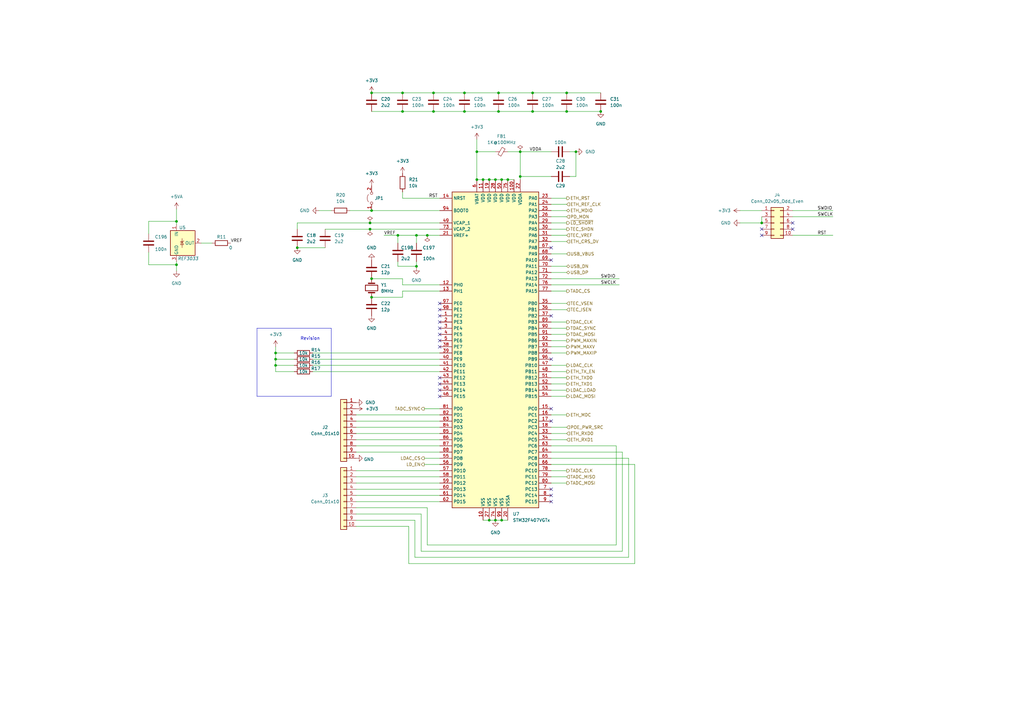
<source format=kicad_sch>
(kicad_sch (version 20230121) (generator eeschema)
  (paper "A3")
  (title_block (title "Kirdy") (date "2022-07-03") (rev "r0.1") (company "M-Labs") (comment 1 "Alex Wong Tat Hang"))
  (lib_symbols
    (symbol "Connector_Generic:Conn_01x10" (pin_names (offset 1.016) hide)
      (property "Reference" "J" (at 0 12.7 0))
      (property "Value" "Conn_01x10" (at 0 -15.24 0))
      (symbol "Conn_01x10_1_1"
        (rectangle (start -1.27 -12.573) (end 0 -12.827) (stroke (width 0.1524)))
        (rectangle (start -1.27 -10.033) (end 0 -10.287) (stroke (width 0.1524)))
        (rectangle (start -1.27 -7.493) (end 0 -7.747) (stroke (width 0.1524)))
        (rectangle (start -1.27 -4.953) (end 0 -5.207) (stroke (width 0.1524)))
        (rectangle (start -1.27 -2.413) (end 0 -2.667) (stroke (width 0.1524)))
        (rectangle (start -1.27 0.127) (end 0 -0.127) (stroke (width 0.1524)))
        (rectangle (start -1.27 2.667) (end 0 2.413) (stroke (width 0.1524)))
        (rectangle (start -1.27 5.207) (end 0 4.953) (stroke (width 0.1524)))
        (rectangle (start -1.27 7.747) (end 0 7.493) (stroke (width 0.1524)))
        (rectangle (start -1.27 10.287) (end 0 10.033) (stroke (width 0.1524)))
        (rectangle (start -1.27 11.43) (end 1.27 -13.97) (stroke (width 0.254)) (fill (type background)))
        (pin passive line (at -5.08 10.16 0) (length 3.81) (name "Pin_1") (number "1"))
        (pin passive line (at -5.08 -12.7 0) (length 3.81) (name "Pin_10") (number "10"))
        (pin passive line (at -5.08 7.62 0) (length 3.81) (name "Pin_2") (number "2"))
        (pin passive line (at -5.08 5.08 0) (length 3.81) (name "Pin_3") (number "3"))
        (pin passive line (at -5.08 2.54 0) (length 3.81) (name "Pin_4") (number "4"))
        (pin passive line (at -5.08 0 0) (length 3.81) (name "Pin_5") (number "5"))
        (pin passive line (at -5.08 -2.54 0) (length 3.81) (name "Pin_6") (number "6"))
        (pin passive line (at -5.08 -5.08 0) (length 3.81) (name "Pin_7") (number "7"))
        (pin passive line (at -5.08 -7.62 0) (length 3.81) (name "Pin_8") (number "8"))
        (pin passive line (at -5.08 -10.16 0) (length 3.81) (name "Pin_9") (number "9"))
      )
    )
    (symbol "Connector_Generic:Conn_02x05_Odd_Even" (pin_names (offset 1.016) hide)
      (property "Reference" "J" (at 1.27 7.62 0))
      (property "Value" "Conn_02x05_Odd_Even" (at 1.27 -7.62 0))
      (symbol "Conn_02x05_Odd_Even_1_1"
        (rectangle (start -1.27 -4.953) (end 0 -5.207) (stroke (width 0.1524)))
        (rectangle (start -1.27 -2.413) (end 0 -2.667) (stroke (width 0.1524)))
        (rectangle (start -1.27 0.127) (end 0 -0.127) (stroke (width 0.1524)))
        (rectangle (start -1.27 2.667) (end 0 2.413) (stroke (width 0.1524)))
        (rectangle (start -1.27 5.207) (end 0 4.953) (stroke (width 0.1524)))
        (rectangle (start -1.27 6.35) (end 3.81 -6.35) (stroke (width 0.254)) (fill (type background)))
        (rectangle (start 3.81 -4.953) (end 2.54 -5.207) (stroke (width 0.1524)))
        (rectangle (start 3.81 -2.413) (end 2.54 -2.667) (stroke (width 0.1524)))
        (rectangle (start 3.81 0.127) (end 2.54 -0.127) (stroke (width 0.1524)))
        (rectangle (start 3.81 2.667) (end 2.54 2.413) (stroke (width 0.1524)))
        (rectangle (start 3.81 5.207) (end 2.54 4.953) (stroke (width 0.1524)))
        (pin passive line (at -5.08 5.08 0) (length 3.81) (name "Pin_1") (number "1"))
        (pin passive line (at 7.62 -5.08 180) (length 3.81) (name "Pin_10") (number "10"))
        (pin passive line (at 7.62 5.08 180) (length 3.81) (name "Pin_2") (number "2"))
        (pin passive line (at -5.08 2.54 0) (length 3.81) (name "Pin_3") (number "3"))
        (pin passive line (at 7.62 2.54 180) (length 3.81) (name "Pin_4") (number "4"))
        (pin passive line (at -5.08 0 0) (length 3.81) (name "Pin_5") (number "5"))
        (pin passive line (at 7.62 0 180) (length 3.81) (name "Pin_6") (number "6"))
        (pin passive line (at -5.08 -2.54 0) (length 3.81) (name "Pin_7") (number "7"))
        (pin passive line (at 7.62 -2.54 180) (length 3.81) (name "Pin_8") (number "8"))
        (pin passive line (at -5.08 -5.08 0) (length 3.81) (name "Pin_9") (number "9"))
      )
    )
    (symbol "Device:C" (pin_numbers hide) (pin_names (offset 0.254))
      (property "Reference" "C" (at 0.635 2.54 0))
      (property "Value" "C" (at 0.635 -2.54 0))
      (symbol "C_0_1"
        (polyline (pts (xy -2.032 -0.762) (xy 2.032 -0.762)) (stroke (width 0.508)))
        (polyline (pts (xy -2.032 0.762) (xy 2.032 0.762)) (stroke (width 0.508)))
      )
      (symbol "C_1_1"
        (pin passive line (at 0 3.81 270) (length 2.794) (name "~") (number "1"))
        (pin passive line (at 0 -3.81 90) (length 2.794) (name "~") (number "2"))
      )
    )
    (symbol "Device:Crystal" (pin_numbers hide) (pin_names (offset 1.016) hide)
      (property "Reference" "Y" (at 0 3.81 0))
      (property "Value" "Crystal" (at 0 -3.81 0))
      (symbol "Crystal_0_1"
        (rectangle (start -1.143 2.54) (end 1.143 -2.54) (stroke (width 0.3048)))
        (polyline (pts (xy -2.54 0) (xy -1.905 0)))
        (polyline (pts (xy -1.905 -1.27) (xy -1.905 1.27)) (stroke (width 0.508)))
        (polyline (pts (xy 1.905 -1.27) (xy 1.905 1.27)) (stroke (width 0.508)))
        (polyline (pts (xy 2.54 0) (xy 1.905 0)))
      )
      (symbol "Crystal_1_1"
        (pin passive line (at -3.81 0 0) (length 1.27) (name "1") (number "1"))
        (pin passive line (at 3.81 0 180) (length 1.27) (name "2") (number "2"))
      )
    )
    (symbol "Device:FerriteBead_Small" (pin_numbers hide) (pin_names (offset 0))
      (property "Reference" "FB" (at 1.905 1.27 0))
      (property "Value" "FerriteBead_Small" (at 1.905 -1.27 0))
      (symbol "FerriteBead_Small_0_1"
        (polyline (pts (xy 0 -1.27) (xy 0 -0.7874)))
        (polyline (pts (xy 0 0.889) (xy 0 1.2954)))
        (polyline (pts (xy -1.8288 0.2794) (xy -1.1176 1.4986) (xy 1.8288 -0.2032) (xy 1.1176 -1.4224) (xy -1.8288 0.2794)))
      )
      (symbol "FerriteBead_Small_1_1"
        (pin passive line (at 0 2.54 270) (length 1.27) (name "~") (number "1"))
        (pin passive line (at 0 -2.54 90) (length 1.27) (name "~") (number "2"))
      )
    )
    (symbol "Device:R" (pin_numbers hide) (pin_names (offset 0))
      (property "Reference" "R" (at 2.032 0 90))
      (property "Value" "R" (at 0 0 90))
      (symbol "R_0_1"
        (rectangle (start -1.016 -2.54) (end 1.016 2.54) (stroke (width 0.254)))
      )
      (symbol "R_1_1"
        (pin passive line (at 0 3.81 270) (length 1.27) (name "~") (number "1"))
        (pin passive line (at 0 -3.81 90) (length 1.27) (name "~") (number "2"))
      )
    )
    (symbol "Jumper:Jumper_2_Open" (pin_names (offset 0) hide)
      (property "Reference" "JP" (at 0 2.794 0))
      (property "Value" "Jumper_2_Open" (at 0 -2.286 0))
      (symbol "Jumper_2_Open_0_0"
        (circle (center -2.032 0) (radius 0.508))
        (circle (center 2.032 0) (radius 0.508))
      )
      (symbol "Jumper_2_Open_0_1"
        (arc (start 1.524 1.27) (mid 0 1.778) (end -1.524 1.27))
      )
      (symbol "Jumper_2_Open_1_1"
        (pin passive line (at -5.08 0 0) (length 2.54) (name "A") (number "1"))
        (pin passive line (at 5.08 0 180) (length 2.54) (name "B") (number "2"))
      )
    )
    (symbol "MCU_ST_STM32F4:STM32F407VGTx"
      (property "Reference" "U" (at -17.78 64.77 0))
      (property "Value" "STM32F407VGTx" (at 12.7 64.77 0))
      (symbol "STM32F407VGTx_0_1"
        (rectangle (start -17.78 -66.04) (end 17.78 63.5) (stroke (width 0.254)) (fill (type background)))
      )
      (symbol "STM32F407VGTx_1_1"
        (pin bidirectional line (at -22.86 12.7 0) (length 5.08) (name "PE2") (number "1"))
        (pin power_in line (at -5.08 -71.12 90) (length 5.08) (name "VSS") (number "10"))
        (pin power_in line (at 7.62 68.58 270) (length 5.08) (name "VDD") (number "100"))
        (pin power_in line (at -5.08 68.58 270) (length 5.08) (name "VDD") (number "11"))
        (pin input line (at -22.86 25.4 0) (length 5.08) (name "PH0") (number "12"))
        (pin input line (at -22.86 22.86 0) (length 5.08) (name "PH1") (number "13"))
        (pin input line (at -22.86 60.96 0) (length 5.08) (name "NRST") (number "14"))
        (pin bidirectional line (at 22.86 -25.4 180) (length 5.08) (name "PC0") (number "15"))
        (pin bidirectional line (at 22.86 -27.94 180) (length 5.08) (name "PC1") (number "16"))
        (pin bidirectional line (at 22.86 -30.48 180) (length 5.08) (name "PC2") (number "17"))
        (pin bidirectional line (at 22.86 -33.02 180) (length 5.08) (name "PC3") (number "18"))
        (pin power_in line (at -2.54 68.58 270) (length 5.08) (name "VDD") (number "19"))
        (pin bidirectional line (at -22.86 10.16 0) (length 5.08) (name "PE3") (number "2"))
        (pin power_in line (at 5.08 -71.12 90) (length 5.08) (name "VSSA") (number "20"))
        (pin power_in line (at -22.86 45.72 0) (length 5.08) (name "VREF+") (number "21"))
        (pin power_in line (at 10.16 68.58 270) (length 5.08) (name "VDDA") (number "22"))
        (pin bidirectional line (at 22.86 60.96 180) (length 5.08) (name "PA0") (number "23"))
        (pin bidirectional line (at 22.86 58.42 180) (length 5.08) (name "PA1") (number "24"))
        (pin bidirectional line (at 22.86 55.88 180) (length 5.08) (name "PA2") (number "25"))
        (pin bidirectional line (at 22.86 53.34 180) (length 5.08) (name "PA3") (number "26"))
        (pin power_in line (at -2.54 -71.12 90) (length 5.08) (name "VSS") (number "27"))
        (pin power_in line (at 0 68.58 270) (length 5.08) (name "VDD") (number "28"))
        (pin bidirectional line (at 22.86 50.8 180) (length 5.08) (name "PA4") (number "29"))
        (pin bidirectional line (at -22.86 7.62 0) (length 5.08) (name "PE4") (number "3"))
        (pin bidirectional line (at 22.86 48.26 180) (length 5.08) (name "PA5") (number "30"))
        (pin bidirectional line (at 22.86 45.72 180) (length 5.08) (name "PA6") (number "31"))
        (pin bidirectional line (at 22.86 43.18 180) (length 5.08) (name "PA7") (number "32"))
        (pin bidirectional line (at 22.86 -35.56 180) (length 5.08) (name "PC4") (number "33"))
        (pin bidirectional line (at 22.86 -38.1 180) (length 5.08) (name "PC5") (number "34"))
        (pin bidirectional line (at 22.86 17.78 180) (length 5.08) (name "PB0") (number "35"))
        (pin bidirectional line (at 22.86 15.24 180) (length 5.08) (name "PB1") (number "36"))
        (pin bidirectional line (at 22.86 12.7 180) (length 5.08) (name "PB2") (number "37"))
        (pin bidirectional line (at -22.86 0 0) (length 5.08) (name "PE7") (number "38"))
        (pin bidirectional line (at -22.86 -2.54 0) (length 5.08) (name "PE8") (number "39"))
        (pin bidirectional line (at -22.86 5.08 0) (length 5.08) (name "PE5") (number "4"))
        (pin bidirectional line (at -22.86 -5.08 0) (length 5.08) (name "PE9") (number "40"))
        (pin bidirectional line (at -22.86 -7.62 0) (length 5.08) (name "PE10") (number "41"))
        (pin bidirectional line (at -22.86 -10.16 0) (length 5.08) (name "PE11") (number "42"))
        (pin bidirectional line (at -22.86 -12.7 0) (length 5.08) (name "PE12") (number "43"))
        (pin bidirectional line (at -22.86 -15.24 0) (length 5.08) (name "PE13") (number "44"))
        (pin bidirectional line (at -22.86 -17.78 0) (length 5.08) (name "PE14") (number "45"))
        (pin bidirectional line (at -22.86 -20.32 0) (length 5.08) (name "PE15") (number "46"))
        (pin bidirectional line (at 22.86 -7.62 180) (length 5.08) (name "PB10") (number "47"))
        (pin bidirectional line (at 22.86 -10.16 180) (length 5.08) (name "PB11") (number "48"))
        (pin power_in line (at -22.86 50.8 0) (length 5.08) (name "VCAP_1") (number "49"))
        (pin bidirectional line (at -22.86 2.54 0) (length 5.08) (name "PE6") (number "5"))
        (pin power_in line (at 2.54 68.58 270) (length 5.08) (name "VDD") (number "50"))
        (pin bidirectional line (at 22.86 -12.7 180) (length 5.08) (name "PB12") (number "51"))
        (pin bidirectional line (at 22.86 -15.24 180) (length 5.08) (name "PB13") (number "52"))
        (pin bidirectional line (at 22.86 -17.78 180) (length 5.08) (name "PB14") (number "53"))
        (pin bidirectional line (at 22.86 -20.32 180) (length 5.08) (name "PB15") (number "54"))
        (pin bidirectional line (at -22.86 -45.72 0) (length 5.08) (name "PD8") (number "55"))
        (pin bidirectional line (at -22.86 -48.26 0) (length 5.08) (name "PD9") (number "56"))
        (pin bidirectional line (at -22.86 -50.8 0) (length 5.08) (name "PD10") (number "57"))
        (pin bidirectional line (at -22.86 -53.34 0) (length 5.08) (name "PD11") (number "58"))
        (pin bidirectional line (at -22.86 -55.88 0) (length 5.08) (name "PD12") (number "59"))
        (pin power_in line (at -7.62 68.58 270) (length 5.08) (name "VBAT") (number "6"))
        (pin bidirectional line (at -22.86 -58.42 0) (length 5.08) (name "PD13") (number "60"))
        (pin bidirectional line (at -22.86 -60.96 0) (length 5.08) (name "PD14") (number "61"))
        (pin bidirectional line (at -22.86 -63.5 0) (length 5.08) (name "PD15") (number "62"))
        (pin bidirectional line (at 22.86 -40.64 180) (length 5.08) (name "PC6") (number "63"))
        (pin bidirectional line (at 22.86 -43.18 180) (length 5.08) (name "PC7") (number "64"))
        (pin bidirectional line (at 22.86 -45.72 180) (length 5.08) (name "PC8") (number "65"))
        (pin bidirectional line (at 22.86 -48.26 180) (length 5.08) (name "PC9") (number "66"))
        (pin bidirectional line (at 22.86 40.64 180) (length 5.08) (name "PA8") (number "67"))
        (pin bidirectional line (at 22.86 38.1 180) (length 5.08) (name "PA9") (number "68"))
        (pin bidirectional line (at 22.86 35.56 180) (length 5.08) (name "PA10") (number "69"))
        (pin bidirectional line (at 22.86 -58.42 180) (length 5.08) (name "PC13") (number "7"))
        (pin bidirectional line (at 22.86 33.02 180) (length 5.08) (name "PA11") (number "70"))
        (pin bidirectional line (at 22.86 30.48 180) (length 5.08) (name "PA12") (number "71"))
        (pin bidirectional line (at 22.86 27.94 180) (length 5.08) (name "PA13") (number "72"))
        (pin power_in line (at -22.86 48.26 0) (length 5.08) (name "VCAP_2") (number "73"))
        (pin power_in line (at 0 -71.12 90) (length 5.08) (name "VSS") (number "74"))
        (pin power_in line (at 5.08 68.58 270) (length 5.08) (name "VDD") (number "75"))
        (pin bidirectional line (at 22.86 25.4 180) (length 5.08) (name "PA14") (number "76"))
        (pin bidirectional line (at 22.86 22.86 180) (length 5.08) (name "PA15") (number "77"))
        (pin bidirectional line (at 22.86 -50.8 180) (length 5.08) (name "PC10") (number "78"))
        (pin bidirectional line (at 22.86 -53.34 180) (length 5.08) (name "PC11") (number "79"))
        (pin bidirectional line (at 22.86 -60.96 180) (length 5.08) (name "PC14") (number "8"))
        (pin bidirectional line (at 22.86 -55.88 180) (length 5.08) (name "PC12") (number "80"))
        (pin bidirectional line (at -22.86 -25.4 0) (length 5.08) (name "PD0") (number "81"))
        (pin bidirectional line (at -22.86 -27.94 0) (length 5.08) (name "PD1") (number "82"))
        (pin bidirectional line (at -22.86 -30.48 0) (length 5.08) (name "PD2") (number "83"))
        (pin bidirectional line (at -22.86 -33.02 0) (length 5.08) (name "PD3") (number "84"))
        (pin bidirectional line (at -22.86 -35.56 0) (length 5.08) (name "PD4") (number "85"))
        (pin bidirectional line (at -22.86 -38.1 0) (length 5.08) (name "PD5") (number "86"))
        (pin bidirectional line (at -22.86 -40.64 0) (length 5.08) (name "PD6") (number "87"))
        (pin bidirectional line (at -22.86 -43.18 0) (length 5.08) (name "PD7") (number "88"))
        (pin bidirectional line (at 22.86 10.16 180) (length 5.08) (name "PB3") (number "89"))
        (pin bidirectional line (at 22.86 -63.5 180) (length 5.08) (name "PC15") (number "9"))
        (pin bidirectional line (at 22.86 7.62 180) (length 5.08) (name "PB4") (number "90"))
        (pin bidirectional line (at 22.86 5.08 180) (length 5.08) (name "PB5") (number "91"))
        (pin bidirectional line (at 22.86 2.54 180) (length 5.08) (name "PB6") (number "92"))
        (pin bidirectional line (at 22.86 0 180) (length 5.08) (name "PB7") (number "93"))
        (pin input line (at -22.86 55.88 0) (length 5.08) (name "BOOT0") (number "94"))
        (pin bidirectional line (at 22.86 -2.54 180) (length 5.08) (name "PB8") (number "95"))
        (pin bidirectional line (at 22.86 -5.08 180) (length 5.08) (name "PB9") (number "96"))
        (pin bidirectional line (at -22.86 17.78 0) (length 5.08) (name "PE0") (number "97"))
        (pin bidirectional line (at -22.86 15.24 0) (length 5.08) (name "PE1") (number "98"))
        (pin power_in line (at 2.54 -71.12 90) (length 5.08) (name "VSS") (number "99"))
      )
    )
    (symbol "Reference_Voltage:REF3033" (pin_names (offset 0.254))
      (property "Reference" "U" (at 0 6.35 0))
      (property "Value" "REF3033" (at 2.54 -6.35 0))
      (symbol "REF3033_0_1"
        (rectangle (start -5.08 5.08) (end 5.08 -5.08) (stroke (width 0.254)) (fill (type background)))
        (polyline (pts (xy -0.254 1.905) (xy -0.254 -1.905)))
        (polyline (pts (xy -0.889 -0.635) (xy 0.381 -0.635) (xy -0.254 0.635) (xy -0.889 -0.635)))
        (polyline (pts (xy 0.381 1.016) (xy 0.381 0.635) (xy -0.889 0.635) (xy -0.889 0.254)))
      )
      (symbol "REF3033_1_1"
        (pin power_in line (at -2.54 7.62 270) (length 2.54) (name "IN") (number "1"))
        (pin power_out line (at 7.62 0 180) (length 2.54) (name "OUT") (number "2"))
        (pin power_in line (at -2.54 -7.62 90) (length 2.54) (name "GND") (number "3"))
      )
    )
    (symbol "power:+3V3" (power) (pin_names (offset 0))
      (property "Value" "+3V3" (at 0 3.556 0))
      (symbol "+3V3_0_1"
        (polyline (pts (xy -0.762 1.27) (xy 0 2.54)))
        (polyline (pts (xy 0 0) (xy 0 2.54)))
        (polyline (pts (xy 0 2.54) (xy 0.762 1.27)))
      )
      (symbol "+3V3_1_1"
        (pin power_in line (at 0 0 90) (length 0) hide (name "+3V3") (number "1"))
      )
    )
    (symbol "power:+5VA" (power) (pin_names (offset 0))
      (property "Value" "+5VA" (at 0 3.556 0))
      (symbol "+5VA_0_1"
        (polyline (pts (xy -0.762 1.27) (xy 0 2.54)))
        (polyline (pts (xy 0 0) (xy 0 2.54)))
        (polyline (pts (xy 0 2.54) (xy 0.762 1.27)))
      )
      (symbol "+5VA_1_1"
        (pin power_in line (at 0 0 90) (length 0) hide (name "+5VA") (number "1"))
      )
    )
    (symbol "power:GND" (power) (pin_names (offset 0))
      (property "Value" "GND" (at 0 -3.81 0))
      (symbol "GND_0_1"
        (polyline (pts (xy 0 0) (xy 0 -1.27) (xy 1.27 -1.27) (xy 0 -2.54) (xy -1.27 -1.27) (xy 0 -1.27)))
      )
      (symbol "GND_1_1"
        (pin power_in line (at 0 0 270) (length 0) hide (name "GND") (number "1"))
      )
    )
    (symbol "power:PWR_FLAG" (power) (pin_numbers hide) (pin_names (offset 0) hide)
      (property "Value" "PWR_FLAG" (at 0 3.81 0))
      (symbol "PWR_FLAG_0_0"
        (pin power_out line (at 0 0 90) (length 0) (name "pwr") (number "1"))
      )
      (symbol "PWR_FLAG_0_1"
        (polyline (pts (xy 0 0) (xy 0 1.27) (xy -1.016 1.905) (xy 0 2.54) (xy 1.016 1.905) (xy 0 1.27)))
      )
    )
  )
  (junction (at 165.1 38.1))
  (junction (at 152.4 114.3))
  (junction (at 198.12 73.66))
  (junction (at 205.74 213.36))
  (junction (at 177.8 38.1))
  (junction (at 213.36 72.39))
  (junction (at 236.22 62.23))
  (junction (at 152.4 38.1))
  (junction (at 195.58 73.66))
  (junction (at 121.92 101.6))
  (junction (at 72.39 90.805))
  (junction (at 200.66 73.66))
  (junction (at 170.815 96.52))
  (junction (at 203.2 213.36))
  (junction (at 151.765 91.44))
  (junction (at 175.26 96.52))
  (junction (at 204.47 38.1))
  (junction (at 152.4 86.36))
  (junction (at 177.8 45.72))
  (junction (at 232.41 45.72))
  (junction (at 200.66 213.36))
  (junction (at 208.28 73.66))
  (junction (at 113.03 144.78))
  (junction (at 190.5 45.72))
  (junction (at 165.1 45.72))
  (junction (at 203.2 73.66))
  (junction (at 232.41 38.1))
  (junction (at 213.36 62.23))
  (junction (at 170.815 109.22))
  (junction (at 190.5 38.1))
  (junction (at 204.47 45.72))
  (junction (at 113.03 147.32))
  (junction (at 218.44 38.1))
  (junction (at 246.38 45.72))
  (junction (at 151.765 93.98))
  (junction (at 205.74 73.66))
  (junction (at 152.4 121.92))
  (junction (at 195.58 62.23))
  (junction (at 312.42 91.44))
  (junction (at 218.44 45.72))
  (junction (at 72.39 108.585))
  (junction (at 113.03 149.86))
  (junction (at 163.195 96.52))
  (no_connect (at 312.42 96.52))
  (no_connect (at 325.12 93.98))
  (no_connect (at 325.12 91.44))
  (no_connect (at 180.34 157.48))
  (no_connect (at 180.34 154.94))
  (no_connect (at 312.42 93.98))
  (no_connect (at 226.06 172.72))
  (no_connect (at 226.06 101.6))
  (no_connect (at 226.06 200.66))
  (no_connect (at 226.06 203.2))
  (no_connect (at 226.06 205.74))
  (no_connect (at 226.06 106.68))
  (no_connect (at 226.06 129.54))
  (no_connect (at 180.34 129.54))
  (no_connect (at 180.34 124.46))
  (no_connect (at 180.34 127))
  (no_connect (at 226.06 147.32))
  (no_connect (at 226.06 167.64))
  (no_connect (at 180.34 162.56))
  (no_connect (at 180.34 160.02))
  (no_connect (at 180.34 132.08))
  (no_connect (at 180.34 134.62))
  (no_connect (at 180.34 137.16))
  (no_connect (at 180.34 139.7))
  (no_connect (at 180.34 142.24))
  (wire (pts (xy 226.06 180.34) (xy 232.41 180.34)))
  (wire (pts (xy 146.05 205.74) (xy 180.34 205.74)))
  (wire (pts (xy 226.06 170.18) (xy 232.41 170.18)))
  (wire (pts (xy 226.06 160.02) (xy 232.41 160.02)))
  (wire (pts (xy 226.06 99.06) (xy 232.41 99.06)))
  (wire (pts (xy 165.1 116.84) (xy 180.34 116.84)))
  (wire (pts (xy 226.06 104.14) (xy 232.41 104.14)))
  (wire (pts (xy 170.815 109.22) (xy 170.815 109.855)))
  (wire (pts (xy 146.05 203.2) (xy 180.34 203.2)))
  (wire (pts (xy 72.39 85.725) (xy 72.39 90.805)))
  (wire (pts (xy 226.06 86.36) (xy 232.41 86.36)))
  (polyline (pts (xy 105.41 162.56) (xy 135.89 162.56)))
  (wire (pts (xy 175.26 96.52) (xy 180.34 96.52)))
  (wire (pts (xy 257.81 187.96) (xy 257.81 228.6)))
  (wire (pts (xy 198.12 213.36) (xy 200.66 213.36)))
  (wire (pts (xy 218.44 45.72) (xy 232.41 45.72)))
  (wire (pts (xy 312.42 88.9) (xy 312.42 91.44)))
  (wire (pts (xy 165.1 81.28) (xy 180.34 81.28)))
  (wire (pts (xy 233.68 72.39) (xy 236.22 72.39)))
  (wire (pts (xy 172.72 226.06) (xy 172.72 210.82)))
  (wire (pts (xy 146.05 172.72) (xy 180.34 172.72)))
  (wire (pts (xy 72.39 108.585) (xy 60.96 108.585)))
  (wire (pts (xy 195.58 62.23) (xy 203.2 62.23)))
  (wire (pts (xy 175.26 223.52) (xy 175.26 208.28)))
  (wire (pts (xy 121.92 101.6) (xy 133.35 101.6)))
  (wire (pts (xy 170.815 96.52) (xy 170.815 99.695)))
  (wire (pts (xy 175.26 208.28) (xy 146.05 208.28)))
  (wire (pts (xy 173.99 187.96) (xy 180.34 187.96)))
  (wire (pts (xy 325.12 96.52) (xy 341.63 96.52)))
  (wire (pts (xy 203.2 213.36) (xy 205.74 213.36)))
  (wire (pts (xy 226.06 139.7) (xy 232.41 139.7)))
  (polyline (pts (xy 135.89 162.56) (xy 135.89 134.62)))
  (wire (pts (xy 226.06 116.84) (xy 254 116.84)))
  (wire (pts (xy 170.18 228.6) (xy 170.18 213.36)))
  (wire (pts (xy 204.47 38.1) (xy 218.44 38.1)))
  (wire (pts (xy 113.03 152.4) (xy 120.65 152.4)))
  (wire (pts (xy 151.765 91.44) (xy 180.34 91.44)))
  (wire (pts (xy 128.27 149.86) (xy 180.34 149.86)))
  (wire (pts (xy 260.35 231.14) (xy 167.64 231.14)))
  (wire (pts (xy 170.815 107.315) (xy 170.815 109.22)))
  (wire (pts (xy 113.03 149.86) (xy 120.65 149.86)))
  (wire (pts (xy 152.4 45.72) (xy 165.1 45.72)))
  (wire (pts (xy 128.27 147.32) (xy 180.34 147.32)))
  (wire (pts (xy 72.39 107.315) (xy 72.39 108.585)))
  (wire (pts (xy 165.1 119.38) (xy 165.1 121.92)))
  (wire (pts (xy 208.28 62.23) (xy 213.36 62.23)))
  (wire (pts (xy 146.05 170.18) (xy 180.34 170.18)))
  (wire (pts (xy 146.05 193.04) (xy 180.34 193.04)))
  (wire (pts (xy 167.64 215.9) (xy 146.05 215.9)))
  (wire (pts (xy 133.35 93.98) (xy 151.765 93.98)))
  (wire (pts (xy 226.06 177.8) (xy 232.41 177.8)))
  (wire (pts (xy 226.06 193.04) (xy 232.41 193.04)))
  (wire (pts (xy 165.1 81.28) (xy 165.1 78.74)))
  (wire (pts (xy 170.18 213.36) (xy 146.05 213.36)))
  (wire (pts (xy 72.39 90.805) (xy 72.39 92.075)))
  (wire (pts (xy 113.03 147.32) (xy 113.03 149.86)))
  (wire (pts (xy 255.27 226.06) (xy 172.72 226.06)))
  (wire (pts (xy 226.06 154.94) (xy 232.41 154.94)))
  (wire (pts (xy 146.05 195.58) (xy 180.34 195.58)))
  (wire (pts (xy 213.36 62.23) (xy 213.36 72.39)))
  (wire (pts (xy 226.06 111.76) (xy 232.41 111.76)))
  (wire (pts (xy 226.06 134.62) (xy 232.41 134.62)))
  (wire (pts (xy 226.06 182.88) (xy 252.73 182.88)))
  (wire (pts (xy 226.06 187.96) (xy 257.81 187.96)))
  (wire (pts (xy 226.06 149.86) (xy 232.41 149.86)))
  (wire (pts (xy 252.73 223.52) (xy 175.26 223.52)))
  (wire (pts (xy 82.55 99.695) (xy 86.995 99.695)))
  (wire (pts (xy 226.06 137.16) (xy 232.41 137.16)))
  (wire (pts (xy 226.06 185.42) (xy 255.27 185.42)))
  (wire (pts (xy 226.06 93.98) (xy 232.41 93.98)))
  (wire (pts (xy 177.8 38.1) (xy 190.5 38.1)))
  (wire (pts (xy 200.66 213.36) (xy 203.2 213.36)))
  (wire (pts (xy 252.73 182.88) (xy 252.73 223.52)))
  (wire (pts (xy 203.2 73.66) (xy 205.74 73.66)))
  (wire (pts (xy 195.58 62.23) (xy 195.58 73.66)))
  (wire (pts (xy 233.68 62.23) (xy 236.22 62.23)))
  (wire (pts (xy 157.48 96.52) (xy 163.195 96.52)))
  (wire (pts (xy 146.05 182.88) (xy 180.34 182.88)))
  (wire (pts (xy 177.8 45.72) (xy 190.5 45.72)))
  (wire (pts (xy 163.195 109.22) (xy 163.195 107.315)))
  (wire (pts (xy 226.06 190.5) (xy 260.35 190.5)))
  (wire (pts (xy 146.05 175.26) (xy 180.34 175.26)))
  (wire (pts (xy 226.06 198.12) (xy 232.41 198.12)))
  (wire (pts (xy 232.41 38.1) (xy 246.38 38.1)))
  (wire (pts (xy 195.58 73.66) (xy 198.12 73.66)))
  (wire (pts (xy 213.36 62.23) (xy 226.06 62.23)))
  (wire (pts (xy 165.1 121.92) (xy 152.4 121.92)))
  (wire (pts (xy 113.03 144.78) (xy 113.03 147.32)))
  (wire (pts (xy 152.4 86.36) (xy 180.34 86.36)))
  (wire (pts (xy 198.12 73.66) (xy 200.66 73.66)))
  (wire (pts (xy 113.03 144.78) (xy 120.65 144.78)))
  (wire (pts (xy 113.03 149.86) (xy 113.03 152.4)))
  (wire (pts (xy 213.36 72.39) (xy 213.36 73.66)))
  (wire (pts (xy 226.06 124.46) (xy 232.41 124.46)))
  (wire (pts (xy 226.06 152.4) (xy 232.41 152.4)))
  (wire (pts (xy 325.12 86.36) (xy 341.63 86.36)))
  (polyline (pts (xy 105.41 134.62) (xy 105.41 162.56)))
  (wire (pts (xy 226.06 195.58) (xy 232.41 195.58)))
  (wire (pts (xy 146.05 198.12) (xy 180.34 198.12)))
  (wire (pts (xy 163.195 96.52) (xy 170.815 96.52)))
  (wire (pts (xy 113.03 147.32) (xy 120.65 147.32)))
  (wire (pts (xy 208.28 73.66) (xy 210.82 73.66)))
  (wire (pts (xy 165.1 45.72) (xy 177.8 45.72)))
  (wire (pts (xy 165.1 119.38) (xy 180.34 119.38)))
  (wire (pts (xy 226.06 142.24) (xy 232.41 142.24)))
  (wire (pts (xy 165.1 116.84) (xy 165.1 114.3)))
  (wire (pts (xy 226.06 132.08) (xy 232.41 132.08)))
  (wire (pts (xy 121.92 93.98) (xy 121.92 91.44)))
  (wire (pts (xy 146.05 185.42) (xy 180.34 185.42)))
  (wire (pts (xy 213.36 72.39) (xy 226.06 72.39)))
  (wire (pts (xy 236.22 72.39) (xy 236.22 62.23)))
  (wire (pts (xy 205.74 73.66) (xy 208.28 73.66)))
  (wire (pts (xy 226.06 109.22) (xy 232.41 109.22)))
  (wire (pts (xy 113.03 142.24) (xy 113.03 144.78)))
  (wire (pts (xy 146.05 200.66) (xy 180.34 200.66)))
  (wire (pts (xy 163.195 99.695) (xy 163.195 96.52)))
  (wire (pts (xy 303.53 91.44) (xy 312.42 91.44)))
  (wire (pts (xy 218.44 38.1) (xy 232.41 38.1)))
  (wire (pts (xy 226.06 175.26) (xy 232.41 175.26)))
  (wire (pts (xy 226.06 88.9) (xy 232.41 88.9)))
  (wire (pts (xy 60.96 95.885) (xy 60.96 90.805)))
  (wire (pts (xy 232.41 45.72) (xy 246.38 45.72)))
  (wire (pts (xy 226.06 96.52) (xy 232.41 96.52)))
  (wire (pts (xy 195.58 57.15) (xy 195.58 62.23)))
  (wire (pts (xy 226.06 119.38) (xy 232.41 119.38)))
  (wire (pts (xy 173.99 190.5) (xy 180.34 190.5)))
  (wire (pts (xy 72.39 108.585) (xy 72.39 111.125)))
  (wire (pts (xy 190.5 38.1) (xy 204.47 38.1)))
  (wire (pts (xy 165.1 38.1) (xy 177.8 38.1)))
  (wire (pts (xy 260.35 190.5) (xy 260.35 231.14)))
  (wire (pts (xy 152.4 38.1) (xy 165.1 38.1)))
  (wire (pts (xy 204.47 45.72) (xy 218.44 45.72)))
  (wire (pts (xy 257.81 228.6) (xy 170.18 228.6)))
  (wire (pts (xy 60.96 90.805) (xy 72.39 90.805)))
  (wire (pts (xy 170.815 109.22) (xy 163.195 109.22)))
  (wire (pts (xy 226.06 127) (xy 232.41 127)))
  (wire (pts (xy 146.05 180.34) (xy 180.34 180.34)))
  (wire (pts (xy 226.06 81.28) (xy 232.41 81.28)))
  (wire (pts (xy 226.06 83.82) (xy 232.41 83.82)))
  (wire (pts (xy 151.765 93.98) (xy 180.34 93.98)))
  (wire (pts (xy 205.74 213.36) (xy 208.28 213.36)))
  (wire (pts (xy 303.53 86.36) (xy 312.42 86.36)))
  (wire (pts (xy 226.06 144.78) (xy 232.41 144.78)))
  (wire (pts (xy 172.72 210.82) (xy 146.05 210.82)))
  (wire (pts (xy 165.1 114.3) (xy 152.4 114.3)))
  (polyline (pts (xy 105.41 134.62) (xy 135.89 134.62)))
  (wire (pts (xy 143.51 86.36) (xy 152.4 86.36)))
  (wire (pts (xy 226.06 91.44) (xy 232.41 91.44)))
  (wire (pts (xy 130.81 86.36) (xy 135.89 86.36)))
  (wire (pts (xy 121.92 91.44) (xy 151.765 91.44)))
  (wire (pts (xy 226.06 162.56) (xy 232.41 162.56)))
  (wire (pts (xy 190.5 45.72) (xy 204.47 45.72)))
  (wire (pts (xy 170.815 96.52) (xy 175.26 96.52)))
  (wire (pts (xy 128.27 144.78) (xy 180.34 144.78)))
  (wire (pts (xy 226.06 114.3) (xy 254 114.3)))
  (wire (pts (xy 226.06 157.48) (xy 232.41 157.48)))
  (wire (pts (xy 167.64 231.14) (xy 167.64 215.9)))
  (wire (pts (xy 255.27 185.42) (xy 255.27 226.06)))
  (wire (pts (xy 60.96 108.585) (xy 60.96 103.505)))
  (wire (pts (xy 146.05 177.8) (xy 180.34 177.8)))
  (wire (pts (xy 325.12 88.9) (xy 341.63 88.9)))
  (wire (pts (xy 173.99 167.64) (xy 180.34 167.64)))
  (wire (pts (xy 128.27 152.4) (xy 180.34 152.4)))
  (wire (pts (xy 200.66 73.66) (xy 203.2 73.66)))
  (text "Revision\n" (at 123.19 139.7 0) (effects (font (size 1.27 1.27)) (justify left bottom)))
  (label "SWDIO" (at 246.38 114.3 0))
  (label "SWCLK" (at 335.28 88.9 0))
  (label "SWDIO" (at 335.28 86.36 0))
  (label "VREF" (at 157.48 96.52 0))
  (label "VDDA" (at 217.17 62.23 0))
  (label "RST" (at 335.28 96.52 0))
  (label "VREF" (at 94.615 99.695 0))
  (label "SWCLK" (at 246.38 116.84 0))
  (label "RST" (at 175.895 81.28 0))
  (hierarchical_label "USB_DP" (shape bidirectional) (at 232.41 111.76 0))
  (hierarchical_label "TEC_VREF" (shape input) (at 232.41 96.52 0))
  (hierarchical_label "ETH_REF_CLK" (shape input) (at 232.41 83.82 0))
  (hierarchical_label "USB_VBUS" (shape input) (at 232.41 104.14 0))
  (hierarchical_label "TADC_CLK" (shape output) (at 232.41 193.04 0))
  (hierarchical_label "TDAC_MOSI" (shape output) (at 232.41 137.16 0))
  (hierarchical_label "PWM_MAXIP" (shape output) (at 232.41 144.78 0))
  (hierarchical_label "USB_DN" (shape bidirectional) (at 232.41 109.22 0))
  (hierarchical_label "ETH_RST" (shape output) (at 232.41 81.28 0))
  (hierarchical_label "TEC_SHDN" (shape output) (at 232.41 93.98 0))
  (hierarchical_label "ETH_TXD1" (shape output) (at 232.41 157.48 0))
  (hierarchical_label "ETH_MDIO" (shape bidirectional) (at 232.41 86.36 0))
  (hierarchical_label "LDAC_MOSI" (shape output) (at 232.41 162.56 0))
  (hierarchical_label "PWM_MAXV" (shape output) (at 232.41 142.24 0))
  (hierarchical_label "POE_PWR_SRC" (shape input) (at 232.41 175.26 0))
  (hierarchical_label "TADC_CS" (shape output) (at 232.41 119.38 0))
  (hierarchical_label "ETH_RXD0" (shape input) (at 232.41 177.8 0))
  (hierarchical_label "TADC_MISO" (shape input) (at 232.41 195.58 0))
  (hierarchical_label "~{LD_SHORT}" (shape output) (at 232.41 91.44 0))
  (hierarchical_label "LDAC_CS" (shape output) (at 173.99 187.96 180))
  (hierarchical_label "TADC_MOSI" (shape output) (at 232.41 198.12 0))
  (hierarchical_label "ETH_CRS_DV" (shape input) (at 232.41 99.06 0))
  (hierarchical_label "LD_EN" (shape output) (at 173.99 190.5 180))
  (hierarchical_label "TADC_SYNC" (shape output) (at 173.99 167.64 180))
  (hierarchical_label "PWM_MAXIN" (shape output) (at 232.41 139.7 0))
  (hierarchical_label "TEC_ISEN" (shape input) (at 232.41 127 0))
  (hierarchical_label "TEC_VSEN" (shape input) (at 232.41 124.46 0))
  (hierarchical_label "ETH_TX_EN" (shape output) (at 232.41 152.4 0))
  (hierarchical_label "TDAC_SYNC" (shape output) (at 232.41 134.62 0))
  (hierarchical_label "ETH_TXD0" (shape output) (at 232.41 154.94 0))
  (hierarchical_label "PD_MON" (shape input) (at 232.41 88.9 0))
  (hierarchical_label "ETH_RXD1" (shape input) (at 232.41 180.34 0))
  (hierarchical_label "LDAC_LOAD" (shape output) (at 232.41 160.02 0))
  (hierarchical_label "ETH_MDC" (shape output) (at 232.41 170.18 0))
  (hierarchical_label "LDAC_CLK" (shape output) (at 232.41 149.86 0))
  (hierarchical_label "TDAC_CLK" (shape output) (at 232.41 132.08 0))
  (symbol (lib_id "Connector_Generic:Conn_02x05_Odd_Even") (at 317.5 91.44 0) (unit 1)
    (property "Reference" "J4" (at 318.77 80.01 0))
    (property "Value" "Conn_02x05_Odd_Even" (at 318.77 82.55 0))
    (property "Footprint" "kirdy:Adafuit_SWD_Header_4048" (effects hide))
    (property "Datasheet" "https://www.mouser.hk/datasheet/2/737/Adafruit_4048_Web-3358014.pdf" (effects hide))
    (property "MFR_PN" "4048" (effects hide))
  )
  (symbol (lib_id "Device:FerriteBead_Small") (at 205.74 62.23 90) (unit 1)
    (property "Reference" "FB1" (at 205.7019 55.88 90))
    (property "Value" "1K@100MHz" (at 205.7019 58.42 90))
    (property "Footprint" "Inductor_SMD:L_1210_3225Metric" (effects hide))
    (property "MFR_PN" "FBMH3225HM102NT" (effects hide))
    (property "MFR_PN_ALT" "FBMH3225HM102NTV" (effects hide))
  )
  (symbol (lib_id "Device:C") (at 170.815 103.505 180) (unit 1)
    (property "Reference" "C197" (at 175.895 101.6 0))
    (property "Value" "100n" (at 175.895 106.045 0))
    (property "Footprint" "Capacitor_SMD:C_0603_1608Metric" (effects hide))
    (property "MFR_PN" "CL10B104KB8NNWC" (effects hide))
    (property "MFR_PN_ALT" "CL10B104KB8NNNL" (effects hide))
  )
  (symbol (lib_id "power:+3V3") (at 152.4 76.2 0) (unit 1)
    (property "Reference" "#PWR045" (effects hide))
    (property "Value" "+3V3" (at 152.4 71.12 0))
  )
  (symbol (lib_id "Device:C") (at 133.35 97.79 0) (unit 1)
    (property "Reference" "C19" (at 137.16 96.5199 0) (effects (justify left)))
    (property "Value" "2u2" (at 137.16 99.0599 0) (effects (justify left)))
    (property "Footprint" "Capacitor_SMD:C_0603_1608Metric" (effects hide))
    (property "MFR_PN" "CL10B225KP8NNNC" (effects hide))
    (property "MFR_PN_ALT" "CGA3E1X7R0J225K080AC" (effects hide))
  )
  (symbol (lib_id "power:PWR_FLAG") (at 213.36 62.23 0) (unit 1)
    (property "Reference" "#FLG08" (effects hide))
    (property "Value" "PWR_FLAG" (effects hide))
  )
  (symbol (lib_id "Connector_Generic:Conn_01x10") (at 140.97 175.26 0) (mirror y) (unit 1)
    (property "Reference" "J2" (at 133.35 175.26 0))
    (property "Value" "Conn_01x10" (at 133.35 177.8 0))
    (property "Footprint" "Connector_PinHeader_2.54mm:PinHeader_1x10_P2.54mm_Vertical" (effects hide))
  )
  (symbol (lib_id "Device:R") (at 165.1 74.93 0) (unit 1)
    (property "Reference" "R21" (at 167.64 73.6599 0) (effects (justify left)))
    (property "Value" "10k" (at 167.64 76.1999 0) (effects (justify left)))
    (property "Footprint" "Resistor_SMD:R_0603_1608Metric" (effects hide))
    (property "MFR_PN" "RNCP0603FTD10K0" (effects hide))
    (property "MFR_PN_ALT" "RMCF0603FT10K0" (effects hide))
  )
  (symbol (lib_id "Device:C") (at 60.96 99.695 0) (unit 1)
    (property "Reference" "C196" (at 63.5 97.155 0) (effects (justify left)))
    (property "Value" "100n" (at 63.5 102.235 0) (effects (justify left)))
    (property "Footprint" "Capacitor_SMD:C_0603_1608Metric" (effects hide))
    (property "MFR_PN" "CL10B104KB8NNWC" (effects hide))
    (property "MFR_PN_ALT" "CL10B104KB8NNNL" (effects hide))
  )
  (symbol (lib_id "Device:C") (at 177.8 41.91 0) (unit 1)
    (property "Reference" "C24" (at 181.61 40.6399 0) (effects (justify left)))
    (property "Value" "100n" (at 181.61 43.1799 0) (effects (justify left)))
    (property "Footprint" "Capacitor_SMD:C_0603_1608Metric" (effects hide))
    (property "MFR_PN" "CL10B104KB8NNWC" (effects hide))
    (property "MFR_PN_ALT" "CL10B104KB8NNNL" (effects hide))
  )
  (symbol (lib_id "Device:C") (at 232.41 41.91 0) (unit 1)
    (property "Reference" "C30" (at 236.22 40.6399 0) (effects (justify left)))
    (property "Value" "100n" (at 236.22 43.1799 0) (effects (justify left)))
    (property "Footprint" "Capacitor_SMD:C_0603_1608Metric" (effects hide))
    (property "MFR_PN" "CL10B104KB8NNWC" (effects hide))
    (property "MFR_PN_ALT" "CL10B104KB8NNNL" (effects hide))
  )
  (symbol (lib_id "Device:C") (at 163.195 103.505 180) (unit 1)
    (property "Reference" "C198" (at 167.005 101.6 0))
    (property "Value" "2u2" (at 166.37 106.045 0))
    (property "Footprint" "Capacitor_SMD:C_0603_1608Metric" (effects hide))
    (property "MFR_PN" "CL10B225KP8NNNC" (effects hide))
    (property "MFR_PN_ALT" "CGA3E1X7R0J225K080AC" (effects hide))
  )
  (symbol (lib_id "Reference_Voltage:REF3033") (at 74.93 99.695 0) (unit 1)
    (property "Reference" "U5" (at 76.2 93.345 0) (effects (justify right)))
    (property "Value" "REF3033" (at 81.28 106.045 0) (effects (font italic) (justify right)))
    (property "Footprint" "Package_TO_SOT_SMD:SOT-23" (effects hide))
    (property "Datasheet" "http://www.ti.com/lit/ds/symlink/ref3033.pdf" (effects hide))
    (property "MFR_PN" "REF3033AIDBZR" (effects hide))
  )
  (symbol (lib_id "Device:R") (at 124.46 149.86 90) (unit 1)
    (property "Reference" "R16" (at 129.54 148.59 90))
    (property "Value" "10k" (at 124.46 149.86 90))
    (property "Footprint" "Resistor_SMD:R_0603_1608Metric" (effects hide))
    (property "MFR_PN" "RNCP0603FTD10K0" (effects hide))
    (property "MFR_PN_ALT" "RMCF0603FT10K0" (effects hide))
  )
  (symbol (lib_id "Device:C") (at 190.5 41.91 0) (unit 1)
    (property "Reference" "C25" (at 194.31 40.6399 0) (effects (justify left)))
    (property "Value" "100n" (at 194.31 43.1799 0) (effects (justify left)))
    (property "Footprint" "Capacitor_SMD:C_0603_1608Metric" (effects hide))
    (property "MFR_PN" "CL10B104KB8NNWC" (effects hide))
    (property "MFR_PN_ALT" "CL10B104KB8NNNL" (effects hide))
  )
  (symbol (lib_id "power:+3V3") (at 165.1 71.12 0) (unit 1)
    (property "Reference" "#PWR056" (effects hide))
    (property "Value" "+3V3" (at 165.1 66.04 0))
  )
  (symbol (lib_id "power:GND") (at 236.22 62.23 90) (unit 1)
    (property "Reference" "#PWR050" (effects hide))
    (property "Value" "GND" (at 240.03 62.2299 90) (effects (justify right)))
  )
  (symbol (lib_id "power:GND") (at 203.2 213.36 0) (unit 1)
    (property "Reference" "#PWR049" (effects hide))
    (property "Value" "GND" (at 203.2 218.44 0))
  )
  (symbol (lib_id "Device:C") (at 246.38 41.91 0) (unit 1)
    (property "Reference" "C31" (at 250.19 40.6399 0) (effects (justify left)))
    (property "Value" "100n" (at 250.19 43.1799 0) (effects (justify left)))
    (property "Footprint" "Capacitor_SMD:C_0603_1608Metric" (effects hide))
    (property "MFR_PN" "CL10B104KB8NNWC" (effects hide))
    (property "MFR_PN_ALT" "CL10B104KB8NNNL" (effects hide))
  )
  (symbol (lib_id "Jumper:Jumper_2_Open") (at 152.4 81.28 90) (unit 1)
    (property "Reference" "JP1" (at 153.67 81.28 90) (effects (justify right)))
    (property "Value" "DNP" (effects hide))
    (property "Footprint" "Connector_PinHeader_2.54mm:PinHeader_1x02_P2.54mm_Vertical" (effects hide))
  )
  (symbol (lib_id "power:+3V3") (at 303.53 86.36 90) (unit 1)
    (property "Reference" "#PWR054" (effects hide))
    (property "Value" "+3V3" (at 299.72 86.3599 90) (effects (justify left)))
  )
  (symbol (lib_id "Device:C") (at 218.44 41.91 0) (unit 1)
    (property "Reference" "C27" (at 222.25 40.6399 0) (effects (justify left)))
    (property "Value" "100n" (at 222.25 43.1799 0) (effects (justify left)))
    (property "Footprint" "Capacitor_SMD:C_0603_1608Metric" (effects hide))
    (property "MFR_PN" "CL10B104KB8NNWC" (effects hide))
    (property "MFR_PN_ALT" "CL10B104KB8NNNL" (effects hide))
  )
  (symbol (lib_id "Device:Crystal") (at 152.4 118.11 90) (unit 1)
    (property "Reference" "Y1" (at 156.21 116.8399 90) (effects (justify right)))
    (property "Value" "8MHz" (at 156.21 119.3799 90) (effects (justify right)))
    (property "Footprint" "Crystal:Crystal_SMD_5032-2Pin_5.0x3.2mm" (effects hide))
    (property "MFR_PN" "ECS-80-12-30Q-DS-TR" (effects hide))
    (property "MFR_PN_ALT" "ECS-80-12-30-JGN-TR" (effects hide))
  )
  (symbol (lib_id "power:PWR_FLAG") (at 151.765 93.98 180) (unit 1)
    (property "Reference" "#FLG04" (effects hide))
    (property "Value" "PWR_FLAG" (effects hide))
  )
  (symbol (lib_id "MCU_ST_STM32F4:STM32F407VGTx") (at 203.2 142.24 0) (unit 1)
    (property "Reference" "U7" (at 210.2994 210.82 0) (effects (justify left)))
    (property "Value" "STM32F407VGTx" (at 210.2994 213.36 0) (effects (justify left)))
    (property "Footprint" "Package_QFP:LQFP-100_14x14mm_P0.5mm" (effects hide))
    (property "Datasheet" "http://www.st.com/st-web-ui/static/active/en/resource/technical/document/datasheet/DM00037051.pdf" (effects hide))
    (property "MFR_PN" "STM32F407VGT6" (effects hide))
  )
  (symbol (lib_id "Device:R") (at 124.46 147.32 90) (unit 1)
    (property "Reference" "R15" (at 129.54 146.05 90))
    (property "Value" "10k" (at 124.46 147.32 90))
    (property "Footprint" "Resistor_SMD:R_0603_1608Metric" (effects hide))
    (property "MFR_PN" "RNCP0603FTD10K0" (effects hide))
    (property "MFR_PN_ALT" "RMCF0603FT10K0" (effects hide))
  )
  (symbol (lib_id "power:PWR_FLAG") (at 151.765 91.44 0) (unit 1)
    (property "Reference" "#FLG03" (effects hide))
    (property "Value" "PWR_FLAG" (effects hide))
  )
  (symbol (lib_id "power:+3V3") (at 113.03 142.24 0) (unit 1)
    (property "Reference" "#PWR041" (effects hide))
    (property "Value" "+3V3" (at 113.03 137.16 0))
  )
  (symbol (lib_id "Device:C") (at 229.87 62.23 90) (unit 1)
    (property "Reference" "C28" (at 229.87 66.04 90))
    (property "Value" "100n" (at 229.87 58.42 90))
    (property "Footprint" "Capacitor_SMD:C_0603_1608Metric" (effects hide))
    (property "MFR_PN" "CL10B104KB8NNWC" (effects hide))
    (property "MFR_PN_ALT" "CL10B104KB8NNNL" (effects hide))
  )
  (symbol (lib_id "power:GND") (at 146.05 165.1 90) (unit 1)
    (property "Reference" "#PWR0131" (effects hide))
    (property "Value" "GND" (at 149.86 165.1 90) (effects (justify right)))
  )
  (symbol (lib_id "power:GND") (at 72.39 111.125 0) (unit 1)
    (property "Reference" "#PWR0177" (effects hide))
    (property "Value" "GND" (at 72.39 116.205 0))
  )
  (symbol (lib_id "Device:C") (at 229.87 72.39 90) (unit 1)
    (property "Reference" "C29" (at 229.87 76.2 90))
    (property "Value" "2u2" (at 229.87 68.58 90))
    (property "Footprint" "Capacitor_SMD:C_0603_1608Metric" (effects hide))
    (property "MFR_PN" "CL10B225KP8NNNC" (effects hide))
    (property "MFR_PN_ALT" "CGA3E1X7R0J225K080AC" (effects hide))
  )
  (symbol (lib_id "Device:C") (at 165.1 41.91 0) (unit 1)
    (property "Reference" "C23" (at 168.91 40.6399 0) (effects (justify left)))
    (property "Value" "100n" (at 168.91 43.1799 0) (effects (justify left)))
    (property "Footprint" "Capacitor_SMD:C_0603_1608Metric" (effects hide))
    (property "MFR_PN" "CL10B104KB8NNWC" (effects hide))
    (property "MFR_PN_ALT" "CL10B104KB8NNNL" (effects hide))
  )
  (symbol (lib_id "Device:R") (at 124.46 144.78 90) (unit 1)
    (property "Reference" "R14" (at 129.54 143.51 90))
    (property "Value" "10k" (at 124.46 144.78 90))
    (property "Footprint" "Resistor_SMD:R_0603_1608Metric" (effects hide))
    (property "MFR_PN" "RNCP0603FTD10K0" (effects hide))
    (property "MFR_PN_ALT" "RMCF0603FT10K0" (effects hide))
  )
  (symbol (lib_id "power:GND") (at 246.38 45.72 0) (unit 1)
    (property "Reference" "#PWR051" (effects hide))
    (property "Value" "GND" (at 246.38 50.8 0))
  )
  (symbol (lib_id "Device:R") (at 124.46 152.4 90) (unit 1)
    (property "Reference" "R17" (at 129.54 151.13 90))
    (property "Value" "10k" (at 124.46 152.4 90))
    (property "Footprint" "Resistor_SMD:R_0603_1608Metric" (effects hide))
    (property "MFR_PN" "RNCP0603FTD10K0" (effects hide))
    (property "MFR_PN_ALT" "RMCF0603FT10K0" (effects hide))
  )
  (symbol (lib_id "power:GND") (at 152.4 129.54 0) (unit 1)
    (property "Reference" "#PWR047" (effects hide))
    (property "Value" "GND" (at 152.4 134.62 0))
  )
  (symbol (lib_id "power:PWR_FLAG") (at 175.26 96.52 180) (unit 1)
    (property "Reference" "#FLG05" (effects hide))
    (property "Value" "PWR_FLAG" (effects hide))
  )
  (symbol (lib_id "Device:C") (at 204.47 41.91 0) (unit 1)
    (property "Reference" "C26" (at 208.28 40.6399 0) (effects (justify left)))
    (property "Value" "100n" (at 208.28 43.1799 0) (effects (justify left)))
    (property "Footprint" "Capacitor_SMD:C_0603_1608Metric" (effects hide))
    (property "MFR_PN" "CL10B104KB8NNWC" (effects hide))
    (property "MFR_PN_ALT" "CL10B104KB8NNNL" (effects hide))
  )
  (symbol (lib_id "power:GND") (at 130.81 86.36 270) (unit 1)
    (property "Reference" "#PWR043" (effects hide))
    (property "Value" "GND" (at 127 86.3599 90) (effects (justify right)))
  )
  (symbol (lib_id "Device:C") (at 121.92 97.79 0) (unit 1)
    (property "Reference" "C18" (at 125.73 96.5199 0) (effects (justify left)))
    (property "Value" "2u2" (at 125.73 99.0599 0) (effects (justify left)))
    (property "Footprint" "Capacitor_SMD:C_0603_1608Metric" (effects hide))
    (property "MFR_PN" "CL10B225KP8NNNC" (effects hide))
    (property "MFR_PN_ALT" "CGA3E1X7R0J225K080AC" (effects hide))
  )
  (symbol (lib_id "Device:R") (at 139.7 86.36 90) (unit 1)
    (property "Reference" "R20" (at 139.7 80.01 90))
    (property "Value" "10k" (at 139.7 82.55 90))
    (property "Footprint" "Resistor_SMD:R_0603_1608Metric" (effects hide))
    (property "MFR_PN" "RNCP0603FTD10K0" (effects hide))
    (property "MFR_PN_ALT" "RMCF0603FT10K0" (effects hide))
  )
  (symbol (lib_id "power:+3V3") (at 195.58 57.15 0) (unit 1)
    (property "Reference" "#PWR048" (effects hide))
    (property "Value" "+3V3" (at 195.58 52.07 0))
  )
  (symbol (lib_id "power:GND") (at 170.815 109.855 0) (unit 1)
    (property "Reference" "#PWR0178" (effects hide))
    (property "Value" "GND" (at 170.815 114.935 0))
  )
  (symbol (lib_id "power:GND") (at 146.05 187.96 90) (unit 1)
    (property "Reference" "#PWR0163" (effects hide))
    (property "Value" "GND" (at 149.225 188.3938 90) (effects (justify right)))
  )
  (symbol (lib_id "power:GND") (at 303.53 91.44 270) (unit 1)
    (property "Reference" "#PWR055" (effects hide))
    (property "Value" "GND" (at 299.72 91.4399 90) (effects (justify right)))
  )
  (symbol (lib_id "power:+3V3") (at 146.05 167.64 270) (unit 1)
    (property "Reference" "#PWR0162" (effects hide))
    (property "Value" "+3V3" (at 149.86 167.64 90) (effects (justify left)))
  )
  (symbol (lib_id "power:+5VA") (at 72.39 85.725 0) (unit 1)
    (property "Reference" "#PWR074" (effects hide))
    (property "Value" "+5VA" (at 72.39 80.645 0))
    (instances (project "kirdy" (path "" (reference "#PWR074") (unit 1)) (path "" (reference "#PWR0176") (unit 1))))
  )
  (symbol (lib_id "power:GND") (at 121.92 101.6 0) (unit 1)
    (property "Reference" "#PWR042" (effects hide))
    (property "Value" "GND" (at 121.92 106.68 0))
  )
  (symbol (lib_id "Device:C") (at 152.4 125.73 0) (unit 1)
    (property "Reference" "C22" (at 156.21 124.4599 0) (effects (justify left)))
    (property "Value" "12p" (at 156.21 126.9999 0) (effects (justify left)))
    (property "Footprint" "Capacitor_SMD:C_0603_1608Metric" (effects hide))
    (property "MFR_PN" "0603N120J500CT" (effects hide))
    (property "MFR_PN_ALT" "C0603C120K5HAC7867" (effects hide))
  )
  (symbol (lib_id "power:+3V3") (at 152.4 38.1 0) (unit 1)
    (property "Reference" "#PWR044" (effects hide))
    (property "Value" "+3V3" (at 152.4 33.02 0))
  )
  (symbol (lib_id "Device:C") (at 152.4 41.91 0) (unit 1)
    (property "Reference" "C20" (at 156.21 40.6399 0) (effects (justify left)))
    (property "Value" "2u2" (at 156.21 43.1799 0) (effects (justify left)))
    (property "Footprint" "Capacitor_SMD:C_0603_1608Metric" (effects hide))
    (property "MFR_PN" "CL10B225KP8NNNC" (effects hide))
    (property "MFR_PN_ALT" "CGA3E1X7R0J225K080AC" (effects hide))
  )
  (symbol (lib_id "Connector_Generic:Conn_01x10") (at 140.97 203.2 0) (mirror y) (unit 1)
    (property "Reference" "J3" (at 133.35 203.2 0))
    (property "Value" "Conn_01x10" (at 133.35 205.74 0))
    (property "Footprint" "Connector_PinHeader_2.54mm:PinHeader_1x10_P2.54mm_Vertical" (effects hide))
  )
  (symbol (lib_id "Device:R") (at 90.805 99.695 90) (unit 1)
    (property "Reference" "R11" (at 90.805 97.155 90))
    (property "Value" "0" (at 94.615 101.6 90))
    (property "Footprint" "Resistor_SMD:R_0603_1608Metric" (effects hide))
    (property "MFR_PN" "RMCF0603ZT0R00" (effects hide))
    (property "MFR_PN_ALT" "CR0603-J/-000ELF" (effects hide))
    (instances (project "kirdy" (path "" (reference "R11") (unit 1)) (path "" (reference "R113") (unit 1))))
  )
  (symbol (lib_id "Device:C") (at 152.4 110.49 0) (unit 1)
    (property "Reference" "C21" (at 156.21 109.2199 0) (effects (justify left)))
    (property "Value" "12p" (at 156.21 111.7599 0) (effects (justify left)))
    (property "Footprint" "Capacitor_SMD:C_0603_1608Metric" (effects hide))
    (property "MFR_PN" "0603N120J500CT" (effects hide))
    (property "MFR_PN_ALT" "C0603C120K5HAC7867" (effects hide))
  )
  (symbol (lib_id "power:GND") (at 152.4 106.68 180) (unit 1)
    (property "Reference" "#PWR046" (effects hide))
    (property "Value" "GND" (at 152.4 101.6 0))
  )
)
</source>
